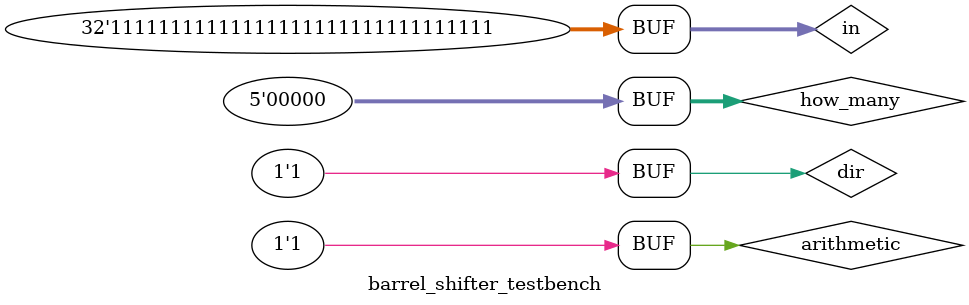
<source format=sv>
/*

Testbench code for the barrel_shifter module

*/


module barrel_shifter_testbench();
    logic [31:0] in, out;
    logic dir, arithmetic;
    logic [4:0] how_many;

    barrel_shifter dut(.in, .how_many, .dir, .arithmetic, .out);

    initial begin
        $dumpfile("testbench_vcd/barrel_shifter_testbench.vcd");
        $dumpvars(0, barrel_shifter_testbench);
        for(integer i = 0; i < 33; i++) begin
            in = 32'b11111111111111111111111111111111; how_many = i; dir = 1'b0; arithmetic = 1'b0; #10;
        end
        for(integer i = 0; i < 33; i++) begin
            in = 32'b11111111111111111111111111111111; how_many = i; dir = 1'b1; arithmetic = 1'b0; #10;
            in = 32'b11111111111111111111111111111111; how_many = i; dir = 1'b1; arithmetic = 1'b1; #10;
        end
    end
endmodule
</source>
